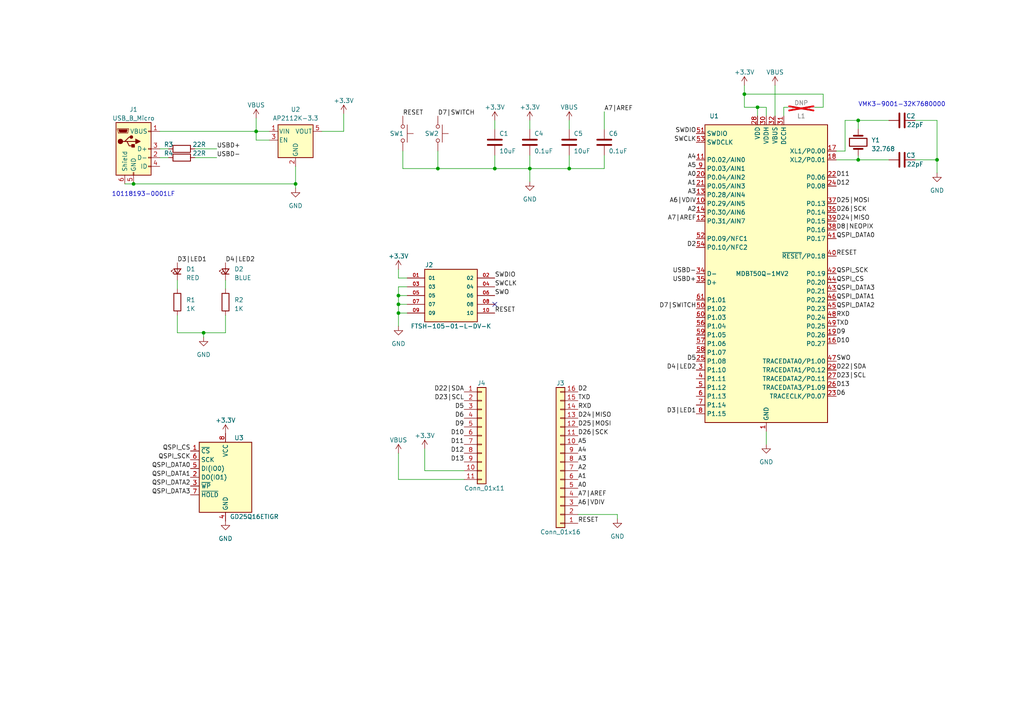
<source format=kicad_sch>
(kicad_sch (version 20230121) (generator eeschema)
  (paper "A4")
  (lib_symbols
    (symbol "Connector:USB_B_Micro" (pin_names (offset 1.016))
      (property "Reference" "J" (at -5.08 11.43 0))
      (property "Value" "USB_B_Micro" (at -5.08 8.89 0))
      (symbol "USB_B_Micro_0_1"
        (rectangle (start -5.08 -7.62) (end 5.08 7.62) (stroke (width 0.254)) (fill (type background)))
        (circle (center -3.81 2.159) (radius 0.635) (stroke (width 0.254)) (fill (type outline)))
        (circle (center -0.635 3.429) (radius 0.381) (stroke (width 0.254)) (fill (type outline)))
        (rectangle (start -0.127 -7.62) (end 0.127 -6.858))
        (polyline (pts (xy -1.905 2.159) (xy 0.635 2.159)) (stroke (width 0.254)))
        (polyline (pts (xy -3.175 2.159) (xy -2.54 2.159) (xy -1.27 3.429) (xy -0.635 3.429)) (stroke (width 0.254)))
        (polyline (pts (xy -2.54 2.159) (xy -1.905 2.159) (xy -1.27 0.889) (xy 0 0.889)) (stroke (width 0.254)))
        (polyline (pts (xy 0.635 2.794) (xy 0.635 1.524) (xy 1.905 2.159) (xy 0.635 2.794)) (stroke (width 0.254)) (fill (type outline)))
        (polyline (pts (xy -4.318 5.588) (xy -1.778 5.588) (xy -2.032 4.826) (xy -4.064 4.826) (xy -4.318 5.588)) (fill (type outline)))
        (polyline (pts (xy -4.699 5.842) (xy -4.699 5.588) (xy -4.445 4.826) (xy -4.445 4.572) (xy -1.651 4.572) (xy -1.651 4.826) (xy -1.397 5.588) (xy -1.397 5.842) (xy -4.699 5.842)))
        (rectangle (start 0.254 1.27) (end -0.508 0.508) (stroke (width 0.254)) (fill (type outline)))
        (rectangle (start 5.08 -5.207) (end 4.318 -4.953))
        (rectangle (start 5.08 -2.667) (end 4.318 -2.413))
        (rectangle (start 5.08 -0.127) (end 4.318 0.127))
        (rectangle (start 5.08 4.953) (end 4.318 5.207))
      )
      (symbol "USB_B_Micro_1_1"
        (pin power_out line (at 7.62 5.08 180) (length 2.54) (name "VBUS") (number "1"))
        (pin bidirectional line (at 7.62 -2.54 180) (length 2.54) (name "D-") (number "2"))
        (pin bidirectional line (at 7.62 0 180) (length 2.54) (name "D+") (number "3"))
        (pin passive line (at 7.62 -5.08 180) (length 2.54) (name "ID") (number "4"))
        (pin power_out line (at 0 -10.16 90) (length 2.54) (name "GND") (number "5"))
        (pin passive line (at -2.54 -10.16 90) (length 2.54) (name "Shield") (number "6"))
      )
    )
    (symbol "Connector_Generic:Conn_01x11" (pin_names (offset 1.016) hide)
      (property "Reference" "J" (at 0 15.24 0))
      (property "Value" "Conn_01x11" (at 0 -15.24 0))
      (symbol "Conn_01x11_1_1"
        (rectangle (start -1.27 -12.573) (end 0 -12.827) (stroke (width 0.1524)))
        (rectangle (start -1.27 -10.033) (end 0 -10.287) (stroke (width 0.1524)))
        (rectangle (start -1.27 -7.493) (end 0 -7.747) (stroke (width 0.1524)))
        (rectangle (start -1.27 -4.953) (end 0 -5.207) (stroke (width 0.1524)))
        (rectangle (start -1.27 -2.413) (end 0 -2.667) (stroke (width 0.1524)))
        (rectangle (start -1.27 0.127) (end 0 -0.127) (stroke (width 0.1524)))
        (rectangle (start -1.27 2.667) (end 0 2.413) (stroke (width 0.1524)))
        (rectangle (start -1.27 5.207) (end 0 4.953) (stroke (width 0.1524)))
        (rectangle (start -1.27 7.747) (end 0 7.493) (stroke (width 0.1524)))
        (rectangle (start -1.27 10.287) (end 0 10.033) (stroke (width 0.1524)))
        (rectangle (start -1.27 12.827) (end 0 12.573) (stroke (width 0.1524)))
        (rectangle (start -1.27 13.97) (end 1.27 -13.97) (stroke (width 0.254)) (fill (type background)))
        (pin passive line (at -5.08 12.7 0) (length 3.81) (name "Pin_1") (number "1"))
        (pin passive line (at -5.08 -10.16 0) (length 3.81) (name "Pin_10") (number "10"))
        (pin passive line (at -5.08 -12.7 0) (length 3.81) (name "Pin_11") (number "11"))
        (pin passive line (at -5.08 10.16 0) (length 3.81) (name "Pin_2") (number "2"))
        (pin passive line (at -5.08 7.62 0) (length 3.81) (name "Pin_3") (number "3"))
        (pin passive line (at -5.08 5.08 0) (length 3.81) (name "Pin_4") (number "4"))
        (pin passive line (at -5.08 2.54 0) (length 3.81) (name "Pin_5") (number "5"))
        (pin passive line (at -5.08 0 0) (length 3.81) (name "Pin_6") (number "6"))
        (pin passive line (at -5.08 -2.54 0) (length 3.81) (name "Pin_7") (number "7"))
        (pin passive line (at -5.08 -5.08 0) (length 3.81) (name "Pin_8") (number "8"))
        (pin passive line (at -5.08 -7.62 0) (length 3.81) (name "Pin_9") (number "9"))
      )
    )
    (symbol "Connector_Generic:Conn_01x16" (pin_names (offset 1.016) hide)
      (property "Reference" "J" (at 0 20.32 0))
      (property "Value" "Conn_01x16" (at 0 -22.86 0))
      (symbol "Conn_01x16_1_1"
        (rectangle (start -1.27 -20.193) (end 0 -20.447) (stroke (width 0.1524)))
        (rectangle (start -1.27 -17.653) (end 0 -17.907) (stroke (width 0.1524)))
        (rectangle (start -1.27 -15.113) (end 0 -15.367) (stroke (width 0.1524)))
        (rectangle (start -1.27 -12.573) (end 0 -12.827) (stroke (width 0.1524)))
        (rectangle (start -1.27 -10.033) (end 0 -10.287) (stroke (width 0.1524)))
        (rectangle (start -1.27 -7.493) (end 0 -7.747) (stroke (width 0.1524)))
        (rectangle (start -1.27 -4.953) (end 0 -5.207) (stroke (width 0.1524)))
        (rectangle (start -1.27 -2.413) (end 0 -2.667) (stroke (width 0.1524)))
        (rectangle (start -1.27 0.127) (end 0 -0.127) (stroke (width 0.1524)))
        (rectangle (start -1.27 2.667) (end 0 2.413) (stroke (width 0.1524)))
        (rectangle (start -1.27 5.207) (end 0 4.953) (stroke (width 0.1524)))
        (rectangle (start -1.27 7.747) (end 0 7.493) (stroke (width 0.1524)))
        (rectangle (start -1.27 10.287) (end 0 10.033) (stroke (width 0.1524)))
        (rectangle (start -1.27 12.827) (end 0 12.573) (stroke (width 0.1524)))
        (rectangle (start -1.27 15.367) (end 0 15.113) (stroke (width 0.1524)))
        (rectangle (start -1.27 17.907) (end 0 17.653) (stroke (width 0.1524)))
        (rectangle (start -1.27 19.05) (end 1.27 -21.59) (stroke (width 0.254)) (fill (type background)))
        (pin passive line (at -5.08 17.78 0) (length 3.81) (name "Pin_1") (number "1"))
        (pin passive line (at -5.08 -5.08 0) (length 3.81) (name "Pin_10") (number "10"))
        (pin passive line (at -5.08 -7.62 0) (length 3.81) (name "Pin_11") (number "11"))
        (pin passive line (at -5.08 -10.16 0) (length 3.81) (name "Pin_12") (number "12"))
        (pin passive line (at -5.08 -12.7 0) (length 3.81) (name "Pin_13") (number "13"))
        (pin passive line (at -5.08 -15.24 0) (length 3.81) (name "Pin_14") (number "14"))
        (pin passive line (at -5.08 -17.78 0) (length 3.81) (name "Pin_15") (number "15"))
        (pin passive line (at -5.08 -20.32 0) (length 3.81) (name "Pin_16") (number "16"))
        (pin passive line (at -5.08 15.24 0) (length 3.81) (name "Pin_2") (number "2"))
        (pin passive line (at -5.08 12.7 0) (length 3.81) (name "Pin_3") (number "3"))
        (pin passive line (at -5.08 10.16 0) (length 3.81) (name "Pin_4") (number "4"))
        (pin passive line (at -5.08 7.62 0) (length 3.81) (name "Pin_5") (number "5"))
        (pin passive line (at -5.08 5.08 0) (length 3.81) (name "Pin_6") (number "6"))
        (pin passive line (at -5.08 2.54 0) (length 3.81) (name "Pin_7") (number "7"))
        (pin passive line (at -5.08 0 0) (length 3.81) (name "Pin_8") (number "8"))
        (pin passive line (at -5.08 -2.54 0) (length 3.81) (name "Pin_9") (number "9"))
      )
    )
    (symbol "Device:C" (pin_numbers hide) (pin_names (offset 0.254))
      (property "Reference" "C" (at 0.635 2.54 0))
      (property "Value" "C" (at 0.635 -2.54 0))
      (symbol "C_0_1"
        (polyline (pts (xy -2.032 -0.762) (xy 2.032 -0.762)) (stroke (width 0.508)))
        (polyline (pts (xy -2.032 0.762) (xy 2.032 0.762)) (stroke (width 0.508)))
      )
      (symbol "C_1_1"
        (pin passive line (at 0 3.81 270) (length 2.794) (name "~") (number "1"))
        (pin passive line (at 0 -3.81 90) (length 2.794) (name "~") (number "2"))
      )
    )
    (symbol "Device:Crystal" (pin_numbers hide) (pin_names (offset 1.016) hide)
      (property "Reference" "Y" (at 0 3.81 0))
      (property "Value" "Crystal" (at 0 -3.81 0))
      (symbol "Crystal_0_1"
        (rectangle (start -1.143 2.54) (end 1.143 -2.54) (stroke (width 0.3048)))
        (polyline (pts (xy -2.54 0) (xy -1.905 0)))
        (polyline (pts (xy -1.905 -1.27) (xy -1.905 1.27)) (stroke (width 0.508)))
        (polyline (pts (xy 1.905 -1.27) (xy 1.905 1.27)) (stroke (width 0.508)))
        (polyline (pts (xy 2.54 0) (xy 1.905 0)))
      )
      (symbol "Crystal_1_1"
        (pin passive line (at -3.81 0 0) (length 1.27) (name "1") (number "1"))
        (pin passive line (at 3.81 0 180) (length 1.27) (name "2") (number "2"))
      )
    )
    (symbol "Device:L" (pin_numbers hide) (pin_names (offset 1.016) hide)
      (property "Reference" "L" (at -1.27 0 90))
      (property "Value" "L" (at 1.905 0 90))
      (symbol "L_0_1"
        (arc (start 0 -2.54) (mid 0.6323 -1.905) (end 0 -1.27))
        (arc (start 0 -1.27) (mid 0.6323 -0.635) (end 0 0))
        (arc (start 0 0) (mid 0.6323 0.635) (end 0 1.27))
        (arc (start 0 1.27) (mid 0.6323 1.905) (end 0 2.54))
      )
      (symbol "L_1_1"
        (pin passive line (at 0 3.81 270) (length 1.27) (name "1") (number "1"))
        (pin passive line (at 0 -3.81 90) (length 1.27) (name "2") (number "2"))
      )
    )
    (symbol "Device:LED_Small" (pin_numbers hide) (pin_names (offset 0.254) hide)
      (property "Reference" "D" (at -1.27 3.175 0))
      (property "Value" "LED_Small" (at -4.445 -2.54 0))
      (symbol "LED_Small_0_1"
        (polyline (pts (xy -0.762 -1.016) (xy -0.762 1.016)) (stroke (width 0.254)))
        (polyline (pts (xy 1.016 0) (xy -0.762 0)))
        (polyline (pts (xy 0.762 -1.016) (xy -0.762 0) (xy 0.762 1.016) (xy 0.762 -1.016)) (stroke (width 0.254)))
        (polyline (pts (xy 0 0.762) (xy -0.508 1.27) (xy -0.254 1.27) (xy -0.508 1.27) (xy -0.508 1.016)))
        (polyline (pts (xy 0.508 1.27) (xy 0 1.778) (xy 0.254 1.778) (xy 0 1.778) (xy 0 1.524)))
      )
      (symbol "LED_Small_1_1"
        (pin passive line (at -2.54 0 0) (length 1.778) (name "K") (number "1"))
        (pin passive line (at 2.54 0 180) (length 1.778) (name "A") (number "2"))
      )
    )
    (symbol "Device:R" (pin_numbers hide) (pin_names (offset 0))
      (property "Reference" "R" (at 2.032 0 90))
      (property "Value" "R" (at 0 0 90))
      (symbol "R_0_1"
        (rectangle (start -1.016 -2.54) (end 1.016 2.54) (stroke (width 0.254)))
      )
      (symbol "R_1_1"
        (pin passive line (at 0 3.81 270) (length 1.27) (name "~") (number "1"))
        (pin passive line (at 0 -3.81 90) (length 1.27) (name "~") (number "2"))
      )
    )
    (symbol "Memory_Flash:W25X40CLSN"
      (property "Reference" "U" (at -7.62 10.16 0))
      (property "Value" "W25X40CLSN" (at 2.54 10.16 0))
      (symbol "W25X40CLSN_0_1"
        (rectangle (start -7.62 10.16) (end 7.62 -10.16) (stroke (width 0.254)) (fill (type background)))
      )
      (symbol "W25X40CLSN_1_1"
        (pin input line (at -10.16 7.62 0) (length 2.54) (name "~{CS}") (number "1"))
        (pin bidirectional line (at -10.16 0 0) (length 2.54) (name "DO(IO1)") (number "2"))
        (pin bidirectional line (at -10.16 -2.54 0) (length 2.54) (name "~{WP}") (number "3"))
        (pin power_in line (at 0 -12.7 90) (length 2.54) (name "GND") (number "4"))
        (pin bidirectional line (at -10.16 2.54 0) (length 2.54) (name "DI(IO0)") (number "5"))
        (pin input line (at -10.16 5.08 0) (length 2.54) (name "SCK") (number "6"))
        (pin bidirectional line (at -10.16 -5.08 0) (length 2.54) (name "~{HOLD}") (number "7"))
        (pin power_in line (at 0 12.7 270) (length 2.54) (name "VCC") (number "8"))
      )
    )
    (symbol "RF_Module:MDBT50Q-1MV2"
      (property "Reference" "U" (at 0 0 0))
      (property "Value" "MDBT50Q-1MV2" (at 0 -2.54 0))
      (symbol "MDBT50Q-1MV2_0_1"
        (rectangle (start -17.78 43.18) (end 17.78 -43.18) (stroke (width 0.254)) (fill (type background)))
      )
      (symbol "MDBT50Q-1MV2_1_1"
        (pin power_in line (at 0 -45.72 90) (length 2.54) (name "GND") (number "1"))
        (pin bidirectional line (at -20.32 20.32 0) (length 2.54) (name "P0.29/AIN5") (number "10"))
        (pin bidirectional line (at -20.32 33.02 0) (length 2.54) (name "P0.02/AIN0") (number "11"))
        (pin bidirectional line (at -20.32 15.24 0) (length 2.54) (name "P0.31/AIN7") (number "12"))
        (pin bidirectional line (at -20.32 22.86 0) (length 2.54) (name "P0.28/AIN4") (number "13"))
        (pin bidirectional line (at -20.32 17.78 0) (length 2.54) (name "P0.30/AIN6") (number "14"))
        (pin passive line (at 0 -45.72 90) (length 2.54) hide (name "GND") (number "15"))
        (pin bidirectional line (at 20.32 -20.32 180) (length 2.54) (name "P0.27") (number "16"))
        (pin bidirectional line (at 20.32 35.56 180) (length 2.54) (name "XL1/P0.00") (number "17"))
        (pin bidirectional line (at 20.32 33.02 180) (length 2.54) (name "XL2/P0.01") (number "18"))
        (pin bidirectional line (at 20.32 -17.78 180) (length 2.54) (name "P0.26") (number "19"))
        (pin passive line (at 0 -45.72 90) (length 2.54) hide (name "GND") (number "2"))
        (pin bidirectional line (at -20.32 27.94 0) (length 2.54) (name "P0.04/AIN2") (number "20"))
        (pin bidirectional line (at -20.32 25.4 0) (length 2.54) (name "P0.05/AIN3") (number "21"))
        (pin bidirectional line (at 20.32 27.94 180) (length 2.54) (name "P0.06") (number "22"))
        (pin bidirectional line (at 20.32 -35.56 180) (length 2.54) (name "TRACECLK/P0.07") (number "23"))
        (pin bidirectional line (at 20.32 25.4 180) (length 2.54) (name "P0.08") (number "24"))
        (pin bidirectional line (at -20.32 -25.4 0) (length 2.54) (name "P1.08") (number "25"))
        (pin bidirectional line (at 20.32 -33.02 180) (length 2.54) (name "TRACEDATA3/P1.09") (number "26"))
        (pin bidirectional line (at 20.32 -30.48 180) (length 2.54) (name "TRACEDATA2/P0.11") (number "27"))
        (pin power_in line (at -2.54 45.72 270) (length 2.54) (name "VDD") (number "28"))
        (pin bidirectional line (at 20.32 -27.94 180) (length 2.54) (name "TRACEDATA1/P0.12") (number "29"))
        (pin bidirectional line (at -20.32 -27.94 0) (length 2.54) (name "P1.10") (number "3"))
        (pin power_in line (at 0 45.72 270) (length 2.54) (name "VDDH") (number "30"))
        (pin power_out line (at 5.08 45.72 270) (length 2.54) (name "DCCH") (number "31"))
        (pin power_in line (at 2.54 45.72 270) (length 2.54) (name "VBUS") (number "32"))
        (pin passive line (at 0 -45.72 90) (length 2.54) hide (name "GND") (number "33"))
        (pin bidirectional line (at -20.32 0 0) (length 2.54) (name "D-") (number "34"))
        (pin bidirectional line (at -20.32 -2.54 0) (length 2.54) (name "D+") (number "35"))
        (pin bidirectional line (at 20.32 17.78 180) (length 2.54) (name "P0.14") (number "36"))
        (pin bidirectional line (at 20.32 20.32 180) (length 2.54) (name "P0.13") (number "37"))
        (pin bidirectional line (at 20.32 12.7 180) (length 2.54) (name "P0.16") (number "38"))
        (pin bidirectional line (at 20.32 15.24 180) (length 2.54) (name "P0.15") (number "39"))
        (pin bidirectional line (at -20.32 -30.48 0) (length 2.54) (name "P1.11") (number "4"))
        (pin bidirectional line (at 20.32 5.08 180) (length 2.54) (name "~{RESET}/P0.18") (number "40"))
        (pin bidirectional line (at 20.32 10.16 180) (length 2.54) (name "P0.17") (number "41"))
        (pin bidirectional line (at 20.32 0 180) (length 2.54) (name "P0.19") (number "42"))
        (pin bidirectional line (at 20.32 -5.08 180) (length 2.54) (name "P0.21") (number "43"))
        (pin bidirectional line (at 20.32 -2.54 180) (length 2.54) (name "P0.20") (number "44"))
        (pin bidirectional line (at 20.32 -10.16 180) (length 2.54) (name "P0.23") (number "45"))
        (pin bidirectional line (at 20.32 -7.62 180) (length 2.54) (name "P0.22") (number "46"))
        (pin bidirectional line (at 20.32 -25.4 180) (length 2.54) (name "TRACEDATA0/P1.00") (number "47"))
        (pin bidirectional line (at 20.32 -12.7 180) (length 2.54) (name "P0.24") (number "48"))
        (pin bidirectional line (at 20.32 -15.24 180) (length 2.54) (name "P0.25") (number "49"))
        (pin bidirectional line (at -20.32 -33.02 0) (length 2.54) (name "P1.12") (number "5"))
        (pin bidirectional line (at -20.32 -10.16 0) (length 2.54) (name "P1.02") (number "50"))
        (pin bidirectional line (at -20.32 40.64 0) (length 2.54) (name "SWDIO") (number "51"))
        (pin bidirectional line (at -20.32 10.16 0) (length 2.54) (name "P0.09/NFC1") (number "52"))
        (pin input line (at -20.32 38.1 0) (length 2.54) (name "SWDCLK") (number "53"))
        (pin bidirectional line (at -20.32 7.62 0) (length 2.54) (name "P0.10/NFC2") (number "54"))
        (pin passive line (at 0 -45.72 90) (length 2.54) hide (name "GND") (number "55"))
        (pin bidirectional line (at -20.32 -15.24 0) (length 2.54) (name "P1.04") (number "56"))
        (pin bidirectional line (at -20.32 -20.32 0) (length 2.54) (name "P1.06") (number "57"))
        (pin bidirectional line (at -20.32 -22.86 0) (length 2.54) (name "P1.07") (number "58"))
        (pin bidirectional line (at -20.32 -17.78 0) (length 2.54) (name "P1.05") (number "59"))
        (pin bidirectional line (at -20.32 -35.56 0) (length 2.54) (name "P1.13") (number "6"))
        (pin bidirectional line (at -20.32 -12.7 0) (length 2.54) (name "P1.03") (number "60"))
        (pin bidirectional line (at -20.32 -7.62 0) (length 2.54) (name "P1.01") (number "61"))
        (pin bidirectional line (at -20.32 -38.1 0) (length 2.54) (name "P1.14") (number "7"))
        (pin bidirectional line (at -20.32 -40.64 0) (length 2.54) (name "P1.15") (number "8"))
        (pin bidirectional line (at -20.32 30.48 0) (length 2.54) (name "P0.03/AIN1") (number "9"))
      )
    )
    (symbol "Regulator_Linear:AP2112K-3.3" (pin_names (offset 0.254))
      (property "Reference" "U" (at -5.08 5.715 0))
      (property "Value" "AP2112K-3.3" (at 0 5.715 0))
      (symbol "AP2112K-3.3_0_1"
        (rectangle (start -5.08 4.445) (end 5.08 -5.08) (stroke (width 0.254)) (fill (type background)))
      )
      (symbol "AP2112K-3.3_1_1"
        (pin power_in line (at -7.62 2.54 0) (length 2.54) (name "VIN") (number "1"))
        (pin power_in line (at 0 -7.62 90) (length 2.54) (name "GND") (number "2"))
        (pin input line (at -7.62 0 0) (length 2.54) (name "EN") (number "3"))
        (pin no_connect line (at 5.08 0 180) (length 2.54) hide (name "NC") (number "4"))
        (pin power_out line (at 7.62 2.54 180) (length 2.54) (name "VOUT") (number "5"))
      )
    )
    (symbol "Switch:SW_Push" (pin_numbers hide) (pin_names (offset 1.016) hide)
      (property "Reference" "SW" (at 1.27 2.54 0))
      (property "Value" "SW_Push" (at 0 -1.524 0))
      (symbol "SW_Push_0_1"
        (circle (center -2.032 0) (radius 0.508))
        (polyline (pts (xy 0 1.27) (xy 0 3.048)))
        (polyline (pts (xy 2.54 1.27) (xy -2.54 1.27)))
        (circle (center 2.032 0) (radius 0.508))
        (pin passive line (at -5.08 0 0) (length 2.54) (name "1") (number "1"))
        (pin passive line (at 5.08 0 180) (length 2.54) (name "2") (number "2"))
      )
    )
    (symbol "nRF52:FTSH-105-01-L-DV-K" (pin_names (offset 1.016))
      (property "Reference" "J" (at -7.62 8.382 0))
      (property "Value" "FTSH-105-01-L-DV-K" (at -7.62 -10.16 0))
      (symbol "FTSH-105-01-L-DV-K_0_0"
        (rectangle (start -7.62 -7.62) (end 7.62 7.62) (stroke (width 0.254)) (fill (type background)))
        (pin passive line (at -12.7 5.08 0) (length 5.08) (name "01") (number "01"))
        (pin passive line (at 12.7 5.08 180) (length 5.08) (name "02") (number "02"))
        (pin passive line (at -12.7 2.54 0) (length 5.08) (name "03") (number "03"))
        (pin passive line (at 12.7 2.54 180) (length 5.08) (name "04") (number "04"))
        (pin passive line (at -12.7 0 0) (length 5.08) (name "05") (number "05"))
        (pin passive line (at 12.7 0 180) (length 5.08) (name "06") (number "06"))
        (pin passive line (at -12.7 -2.54 0) (length 5.08) (name "07") (number "07"))
        (pin passive line (at 12.7 -2.54 180) (length 5.08) (name "08") (number "08"))
        (pin passive line (at -12.7 -5.08 0) (length 5.08) (name "09") (number "09"))
        (pin passive line (at 12.7 -5.08 180) (length 5.08) (name "10") (number "10"))
      )
    )
    (symbol "power:+3.3V" (power) (pin_names (offset 0))
      (property "Value" "+3.3V" (at 0 3.556 0))
      (symbol "+3.3V_0_1"
        (polyline (pts (xy -0.762 1.27) (xy 0 2.54)))
        (polyline (pts (xy 0 0) (xy 0 2.54)))
        (polyline (pts (xy 0 2.54) (xy 0.762 1.27)))
      )
      (symbol "+3.3V_1_1"
        (pin power_in line (at 0 0 90) (length 0) hide (name "+3.3V") (number "1"))
      )
    )
    (symbol "power:GND" (power) (pin_names (offset 0))
      (property "Value" "GND" (at 0 -3.81 0))
      (symbol "GND_0_1"
        (polyline (pts (xy 0 0) (xy 0 -1.27) (xy 1.27 -1.27) (xy 0 -2.54) (xy -1.27 -1.27) (xy 0 -1.27)))
      )
      (symbol "GND_1_1"
        (pin power_in line (at 0 0 270) (length 0) hide (name "GND") (number "1"))
      )
    )
    (symbol "power:VBUS" (power) (pin_names (offset 0))
      (property "Value" "VBUS" (at 0 3.81 0))
      (symbol "VBUS_0_1"
        (polyline (pts (xy -0.762 1.27) (xy 0 2.54)))
        (polyline (pts (xy 0 0) (xy 0 2.54)))
        (polyline (pts (xy 0 2.54) (xy 0.762 1.27)))
      )
      (symbol "VBUS_1_1"
        (pin power_in line (at 0 0 90) (length 0) hide (name "VBUS") (number "1"))
      )
    )
  )
  (junction (at 248.92 34.925))
  (junction (at 59.055 96.52))
  (junction (at 153.67 48.895))
  (junction (at 115.57 85.725))
  (junction (at 143.51 48.895))
  (junction (at 215.9 27.305))
  (junction (at 271.78 46.355))
  (junction (at 74.295 38.1))
  (junction (at 38.735 53.34))
  (junction (at 165.1 48.895))
  (junction (at 248.92 46.355))
  (junction (at 115.57 90.805))
  (junction (at 127 48.895))
  (junction (at 115.57 88.265))
  (junction (at 85.725 53.34))
  (junction (at 219.71 31.115))
  (no_connect (at 143.51 88.265))
  (wire (pts (xy 242.57 46.355) (xy 248.92 46.355)))
  (wire (pts (xy 165.1 45.085) (xy 165.1 48.895)))
  (wire (pts (xy 215.9 31.115) (xy 215.9 27.305)))
  (wire (pts (xy 238.76 31.115) (xy 238.76 27.305)))
  (wire (pts (xy 248.92 34.925) (xy 248.92 37.465)))
  (wire (pts (xy 245.11 43.815) (xy 242.57 43.815)))
  (wire (pts (xy 115.57 80.645) (xy 118.11 80.645)))
  (wire (pts (xy 236.22 31.115) (xy 238.76 31.115)))
  (wire (pts (xy 46.355 43.18) (xy 48.895 43.18)))
  (wire (pts (xy 265.43 46.355) (xy 271.78 46.355)))
  (wire (pts (xy 93.345 38.1) (xy 99.695 38.1)))
  (wire (pts (xy 153.67 45.085) (xy 153.67 48.895)))
  (wire (pts (xy 248.92 34.925) (xy 245.11 34.925)))
  (wire (pts (xy 153.67 48.895) (xy 153.67 52.705)))
  (wire (pts (xy 115.57 88.265) (xy 118.11 88.265)))
  (wire (pts (xy 85.725 53.34) (xy 85.725 54.61)))
  (wire (pts (xy 38.735 53.34) (xy 85.725 53.34)))
  (wire (pts (xy 245.11 34.925) (xy 245.11 43.815)))
  (wire (pts (xy 51.435 81.28) (xy 51.435 83.82)))
  (wire (pts (xy 116.84 48.895) (xy 127 48.895)))
  (wire (pts (xy 115.57 85.725) (xy 118.11 85.725)))
  (wire (pts (xy 227.33 31.115) (xy 228.6 31.115)))
  (wire (pts (xy 219.71 33.655) (xy 219.71 31.115)))
  (wire (pts (xy 143.51 45.085) (xy 143.51 48.895)))
  (wire (pts (xy 127 43.815) (xy 127 48.895)))
  (wire (pts (xy 248.92 45.085) (xy 248.92 46.355)))
  (wire (pts (xy 167.64 149.225) (xy 179.07 149.225)))
  (wire (pts (xy 257.81 34.925) (xy 248.92 34.925)))
  (wire (pts (xy 179.07 149.225) (xy 179.07 150.495)))
  (wire (pts (xy 85.725 48.26) (xy 85.725 53.34)))
  (wire (pts (xy 271.78 46.355) (xy 271.78 50.165)))
  (wire (pts (xy 115.57 139.065) (xy 115.57 131.445)))
  (wire (pts (xy 78.105 40.64) (xy 74.295 40.64)))
  (wire (pts (xy 115.57 83.185) (xy 115.57 85.725)))
  (wire (pts (xy 56.515 45.72) (xy 62.865 45.72)))
  (wire (pts (xy 118.11 83.185) (xy 115.57 83.185)))
  (wire (pts (xy 36.195 53.34) (xy 38.735 53.34)))
  (wire (pts (xy 116.84 43.815) (xy 116.84 48.895)))
  (wire (pts (xy 59.055 96.52) (xy 59.055 97.79)))
  (wire (pts (xy 56.515 43.18) (xy 62.865 43.18)))
  (wire (pts (xy 51.435 96.52) (xy 59.055 96.52)))
  (wire (pts (xy 65.405 91.44) (xy 65.405 96.52)))
  (wire (pts (xy 248.92 46.355) (xy 257.81 46.355)))
  (wire (pts (xy 65.405 81.28) (xy 65.405 83.82)))
  (wire (pts (xy 65.405 96.52) (xy 59.055 96.52)))
  (wire (pts (xy 115.57 90.805) (xy 118.11 90.805)))
  (wire (pts (xy 222.25 31.115) (xy 219.71 31.115)))
  (wire (pts (xy 271.78 34.925) (xy 271.78 46.355)))
  (wire (pts (xy 153.67 34.925) (xy 153.67 37.465)))
  (wire (pts (xy 123.19 136.525) (xy 134.62 136.525)))
  (wire (pts (xy 46.355 38.1) (xy 74.295 38.1)))
  (wire (pts (xy 74.295 40.64) (xy 74.295 38.1)))
  (wire (pts (xy 165.1 34.925) (xy 165.1 37.465)))
  (wire (pts (xy 123.19 130.175) (xy 123.19 136.525)))
  (wire (pts (xy 215.9 27.305) (xy 215.9 24.765)))
  (wire (pts (xy 127 48.895) (xy 143.51 48.895)))
  (wire (pts (xy 115.57 85.725) (xy 115.57 88.265)))
  (wire (pts (xy 224.79 24.765) (xy 224.79 33.655)))
  (wire (pts (xy 219.71 31.115) (xy 215.9 31.115)))
  (wire (pts (xy 175.26 48.895) (xy 165.1 48.895)))
  (wire (pts (xy 238.76 27.305) (xy 215.9 27.305)))
  (wire (pts (xy 74.295 34.29) (xy 74.295 38.1)))
  (wire (pts (xy 99.695 38.1) (xy 99.695 33.02)))
  (wire (pts (xy 227.33 33.655) (xy 227.33 31.115)))
  (wire (pts (xy 143.51 48.895) (xy 153.67 48.895)))
  (wire (pts (xy 175.26 45.085) (xy 175.26 48.895)))
  (wire (pts (xy 143.51 34.925) (xy 143.51 37.465)))
  (wire (pts (xy 51.435 91.44) (xy 51.435 96.52)))
  (wire (pts (xy 46.355 45.72) (xy 48.895 45.72)))
  (wire (pts (xy 165.1 48.895) (xy 153.67 48.895)))
  (wire (pts (xy 115.57 88.265) (xy 115.57 90.805)))
  (wire (pts (xy 222.25 33.655) (xy 222.25 31.115)))
  (wire (pts (xy 115.57 90.805) (xy 115.57 94.615)))
  (wire (pts (xy 175.26 32.385) (xy 175.26 37.465)))
  (wire (pts (xy 115.57 78.105) (xy 115.57 80.645)))
  (wire (pts (xy 222.25 125.095) (xy 222.25 128.905)))
  (wire (pts (xy 115.57 139.065) (xy 134.62 139.065)))
  (wire (pts (xy 74.295 38.1) (xy 78.105 38.1)))
  (wire (pts (xy 265.43 34.925) (xy 271.78 34.925)))
  (text "VMK3-9001-32K7680000" (at 248.92 31.115 0) (effects (font (size 1.27 1.27)) (justify left bottom)))
  (text "10118193-0001LF" (at 32.385 57.15 0) (effects (font (size 1.27 1.27)) (justify left bottom)))
  (label "A1" (at 167.64 139.065 0))
  (label "SWO" (at 242.57 104.775 0))
  (label "RESET" (at 242.57 74.295 0))
  (label "USBD+" (at 62.865 43.18 0))
  (label "RESET" (at 167.64 151.765 0))
  (label "D26|SCK" (at 167.64 126.365 0))
  (label "D5" (at 201.93 104.775 180))
  (label "RXD" (at 242.57 92.075 0))
  (label "D2" (at 201.93 71.755 180))
  (label "D24|MISO" (at 167.64 121.285 0))
  (label "A2" (at 167.64 136.525 0))
  (label "A3" (at 201.93 56.515 180))
  (label "QSPI_DATA0" (at 242.57 69.215 0))
  (label "D22|SDA" (at 134.62 113.665 180))
  (label "QSPI_CS" (at 55.245 130.81 180))
  (label "D9" (at 242.57 97.155 0))
  (label "SWO" (at 143.51 85.725 0))
  (label "USBD+" (at 201.93 81.915 180))
  (label "D23|SCL" (at 242.57 109.855 0))
  (label "D25|MOSI" (at 242.57 59.055 0))
  (label "D25|MOSI" (at 167.64 123.825 0))
  (label "D2" (at 167.64 113.665 0))
  (label "QSPI_CS" (at 242.57 81.915 0))
  (label "D9" (at 134.62 123.825 180))
  (label "USBD-" (at 201.93 79.375 180))
  (label "RESET" (at 143.51 90.805 0))
  (label "D13" (at 134.62 133.985 180))
  (label "SWDIO" (at 201.93 38.735 180))
  (label "A6|VDIV" (at 201.93 59.055 180))
  (label "D23|SCL" (at 134.62 116.205 180))
  (label "A2" (at 201.93 61.595 180))
  (label "D3|LED1" (at 201.93 120.015 180))
  (label "D5" (at 134.62 118.745 180))
  (label "A5" (at 167.64 128.905 0))
  (label "D7|SWITCH" (at 127 33.655 0))
  (label "RXD" (at 167.64 118.745 0))
  (label "D24|MISO" (at 242.57 64.135 0))
  (label "QSPI_DATA3" (at 242.57 84.455 0))
  (label "D12" (at 134.62 131.445 180))
  (label "D6" (at 242.57 114.935 0))
  (label "A0" (at 167.64 141.605 0))
  (label "A7|AREF" (at 167.64 144.145 0))
  (label "A1" (at 201.93 53.975 180))
  (label "D10" (at 242.57 99.695 0))
  (label "SWCLK" (at 201.93 41.275 180))
  (label "QSPI_DATA1" (at 242.57 86.995 0))
  (label "SWDIO" (at 143.51 80.645 0))
  (label "QSPI_DATA3" (at 55.245 143.51 180))
  (label "USBD-" (at 62.865 45.72 0))
  (label "A0" (at 201.93 51.435 180))
  (label "D8|NEOPIX" (at 242.57 66.675 0))
  (label "QSPI_DATA1" (at 55.245 138.43 180))
  (label "QSPI_DATA2" (at 242.57 89.535 0))
  (label "D11" (at 134.62 128.905 180))
  (label "A7|AREF" (at 175.26 32.385 0))
  (label "D3|LED1" (at 51.435 76.2 0))
  (label "D26|SCK" (at 242.57 61.595 0))
  (label "A4" (at 167.64 131.445 0))
  (label "A5" (at 201.93 48.895 180))
  (label "D12" (at 242.57 53.975 0))
  (label "D10" (at 134.62 126.365 180))
  (label "A7|AREF" (at 201.93 64.135 180))
  (label "D7|SWITCH" (at 201.93 89.535 180))
  (label "QSPI_DATA0" (at 55.245 135.89 180))
  (label "A3" (at 167.64 133.985 0))
  (label "QSPI_SCK" (at 242.57 79.375 0))
  (label "RESET" (at 116.84 33.655 0))
  (label "D22|SDA" (at 242.57 107.315 0))
  (label "D4|LED2" (at 201.93 107.315 180))
  (label "QSPI_DATA2" (at 55.245 140.97 180))
  (label "A4" (at 201.93 46.355 180))
  (label "A6|VDIV" (at 167.64 146.685 0))
  (label "D4|LED2" (at 65.405 76.2 0))
  (label "D6" (at 134.62 121.285 180))
  (label "QSPI_SCK" (at 55.245 133.35 180))
  (label "D13" (at 242.57 112.395 0))
  (label "SWCLK" (at 143.51 83.185 0))
  (label "TXD" (at 242.57 94.615 0))
  (label "D11" (at 242.57 51.435 0))
  (label "TXD" (at 167.64 116.205 0))
  (symbol (lib_id "power:GND") (at 222.25 128.905 0) (unit 1)
    (property "Reference" "#PWR01" (effects hide))
    (property "Value" "GND" (at 222.25 133.985 0))
  )
  (symbol (lib_id "Connector_Generic:Conn_01x16") (at 162.56 133.985 180) (unit 1)
    (property "Reference" "J3" (at 162.56 111.125 0))
    (property "Value" "Conn_01x16" (at 162.56 154.305 0))
    (property "Footprint" "Connector_PinHeader_2.54mm:PinHeader_1x16_P2.54mm_Vertical" (effects hide))
  )
  (symbol (lib_id "power:VBUS") (at 224.79 24.765 0) (unit 1)
    (property "Reference" "#PWR03" (effects hide))
    (property "Value" "VBUS" (at 224.79 20.955 0))
  )
  (symbol (lib_id "power:GND") (at 115.57 94.615 0) (unit 1)
    (property "Reference" "#PWR014" (effects hide))
    (property "Value" "GND" (at 115.57 99.695 0))
  )
  (symbol (lib_id "Device:R") (at 51.435 87.63 0) (unit 1)
    (property "Reference" "R1" (at 53.975 86.995 0) (effects (justify left)))
    (property "Value" "1K" (at 53.975 89.535 0) (effects (justify left)))
    (property "Footprint" "Resistor_SMD:R_0603_1608Metric" (effects hide))
  )
  (symbol (lib_id "power:GND") (at 59.055 97.79 0) (unit 1)
    (property "Reference" "#PWR09" (effects hide))
    (property "Value" "GND" (at 59.055 102.87 0))
  )
  (symbol (lib_id "power:+3.3V") (at 65.405 125.73 0) (unit 1)
    (property "Reference" "#PWR015" (effects hide))
    (property "Value" "+3.3V" (at 65.405 121.92 0))
  )
  (symbol (lib_id "power:VBUS") (at 74.295 34.29 0) (unit 1)
    (property "Reference" "#PWR010" (effects hide))
    (property "Value" "VBUS" (at 74.295 30.48 0))
  )
  (symbol (lib_id "Device:LED_Small") (at 51.435 78.74 90) (unit 1)
    (property "Reference" "D1" (at 53.975 78.0415 90) (effects (justify right)))
    (property "Value" "RED" (at 53.975 80.5815 90) (effects (justify right)))
    (property "Footprint" "LED_SMD:LED_0603_1608Metric" (effects hide))
  )
  (symbol (lib_id "Device:C") (at 261.62 46.355 90) (unit 1)
    (property "Reference" "C3" (at 264.16 45.085 90))
    (property "Value" "22pF" (at 265.43 47.625 90))
    (property "Footprint" "Capacitor_SMD:C_0201_0603Metric" (effects hide))
  )
  (symbol (lib_id "power:+3.3V") (at 215.9 24.765 0) (unit 1)
    (property "Reference" "#PWR02" (effects hide))
    (property "Value" "+3.3V" (at 215.9 20.955 0))
  )
  (symbol (lib_id "Regulator_Linear:AP2112K-3.3") (at 85.725 40.64 0) (unit 1)
    (property "Reference" "U2" (at 85.725 31.75 0))
    (property "Value" "AP2112K-3.3" (at 85.725 34.29 0))
    (property "Footprint" "Package_TO_SOT_SMD:SOT-23-5" (effects hide))
    (property "Datasheet" "https://www.diodes.com/assets/Datasheets/AP2112.pdf" (effects hide))
  )
  (symbol (lib_id "Device:C") (at 175.26 41.275 0) (unit 1)
    (property "Reference" "C6" (at 176.53 38.735 0) (effects (justify left)))
    (property "Value" "0.1uF" (at 176.53 43.815 0) (effects (justify left)))
    (property "Footprint" "Capacitor_SMD:C_0201_0603Metric" (effects hide))
  )
  (symbol (lib_id "power:+3.3V") (at 143.51 34.925 0) (unit 1)
    (property "Reference" "#PWR05" (effects hide))
    (property "Value" "+3.3V" (at 143.51 31.115 0))
  )
  (symbol (lib_id "Switch:SW_Push") (at 127 38.735 270) (mirror x) (unit 1)
    (property "Reference" "SW2" (at 123.19 38.735 90) (effects (justify left)))
    (property "Value" "SW_Push" (effects hide))
    (property "Footprint" "Library:TL1017AABF260QG" (effects hide))
  )
  (symbol (lib_id "Memory_Flash:W25X40CLSN") (at 65.405 138.43 0) (unit 1)
    (property "Reference" "U3" (at 67.945 127 0) (effects (justify left)))
    (property "Value" "GD25Q16ETIGR" (at 66.675 149.86 0) (effects (justify left)))
    (property "Footprint" "Package_SON:SON-8-1EP_3x2mm_P0.5mm_EP1.4x1.6mm" (effects hide))
    (property "Datasheet" "https://www.winbond.com/resource-files/W25X40CL_G%2020210505.pdf" (effects hide))
  )
  (symbol (lib_id "Device:C") (at 165.1 41.275 0) (unit 1)
    (property "Reference" "C5" (at 166.37 38.735 0) (effects (justify left)))
    (property "Value" "10uF" (at 166.37 43.815 0) (effects (justify left)))
    (property "Footprint" "Capacitor_SMD:C_0201_0603Metric" (effects hide))
  )
  (symbol (lib_id "power:VBUS") (at 115.57 131.445 0) (unit 1)
    (property "Reference" "#PWR017" (effects hide))
    (property "Value" "VBUS" (at 115.57 127.635 0))
  )
  (symbol (lib_id "power:GND") (at 271.78 50.165 0) (unit 1)
    (property "Reference" "#PWR04" (effects hide))
    (property "Value" "GND" (at 271.78 55.245 0))
  )
  (symbol (lib_id "Connector_Generic:Conn_01x11") (at 139.7 126.365 0) (unit 1)
    (property "Reference" "J4" (at 138.43 111.125 0) (effects (justify left)))
    (property "Value" "Conn_01x11" (at 134.62 141.605 0) (effects (justify left)))
    (property "Footprint" "Connector_PinHeader_2.54mm:PinHeader_1x11_P2.54mm_Vertical" (effects hide))
  )
  (symbol (lib_id "Device:C") (at 153.67 41.275 0) (unit 1)
    (property "Reference" "C4" (at 154.94 38.735 0) (effects (justify left)))
    (property "Value" "0.1uF" (at 154.94 43.815 0) (effects (justify left)))
    (property "Footprint" "Capacitor_SMD:C_0201_0603Metric" (effects hide))
  )
  (symbol (lib_id "nRF52:FTSH-105-01-L-DV-K") (at 130.81 85.725 0) (unit 1)
    (property "Reference" "J2" (at 124.46 76.835 0))
    (property "Value" "FTSH-105-01-L-DV-K\n" (at 130.81 94.615 0))
    (property "Footprint" "Library:SAMTEC_FTSH-105-01-L-DV-K" (effects hide))
    (property "MF" "Samtec" (effects hide))
    (property "DESCRIPTION" "Connector Header Surface Mount 10 position 0.050 (1.27mm)" (effects hide))
    (property "PACKAGE" "None" (effects hide))
    (property "PRICE" "None" (effects hide))
    (property "MP" "FTSH-105-01-L-DV-K" (effects hide))
    (property "AVAILABILITY" "In Stock" (effects hide))
    (property "PURCHASE-URL" "https://pricing.snapeda.com/search/part/FTSH-105-01-L-DV-K/?ref=eda" (effects hide))
  )
  (symbol (lib_id "power:GND") (at 85.725 54.61 0) (unit 1)
    (property "Reference" "#PWR012" (effects hide))
    (property "Value" "GND" (at 85.725 59.69 0))
  )
  (symbol (lib_id "Device:C") (at 143.51 41.275 0) (unit 1)
    (property "Reference" "C1" (at 144.78 38.735 0) (effects (justify left)))
    (property "Value" "10uF" (at 144.78 43.815 0) (effects (justify left)))
    (property "Footprint" "Capacitor_SMD:C_0201_0603Metric" (effects hide))
  )
  (symbol (lib_id "Device:Crystal") (at 248.92 41.275 90) (unit 1)
    (property "Reference" "Y1" (at 252.73 40.64 90) (effects (justify right)))
    (property "Value" "32.768" (at 252.73 43.18 90) (effects (justify right)))
    (property "Footprint" "Library:XTAL" (effects hide))
  )
  (symbol (lib_id "power:+3.3V") (at 115.57 78.105 0) (unit 1)
    (property "Reference" "#PWR013" (effects hide))
    (property "Value" "+3.3V" (at 115.57 74.295 0))
  )
  (symbol (lib_id "power:+3.3V") (at 153.67 34.925 0) (unit 1)
    (property "Reference" "#PWR07" (effects hide))
    (property "Value" "+3.3V" (at 153.67 31.115 0))
  )
  (symbol (lib_id "power:+3.3V") (at 123.19 130.175 0) (unit 1)
    (property "Reference" "#PWR018" (effects hide))
    (property "Value" "+3.3V" (at 123.19 126.365 0))
  )
  (symbol (lib_id "Device:C") (at 261.62 34.925 90) (unit 1)
    (property "Reference" "C2" (at 264.16 33.655 90))
    (property "Value" "22pF" (at 265.43 36.195 90))
    (property "Footprint" "Capacitor_SMD:C_0201_0603Metric" (effects hide))
  )
  (symbol (lib_id "RF_Module:MDBT50Q-1MV2") (at 222.25 79.375 0) (unit 1)
    (property "Reference" "U1" (at 205.74 33.655 0) (effects (justify left)))
    (property "Value" "MDBT50Q-1MV2" (at 213.36 79.375 0) (effects (justify left)))
    (property "Footprint" "RF_Module:Raytac_MDBT50Q" (effects hide))
    (property "Datasheet" "https://www.raytac.com/download/index.php?index_id=43" (effects hide))
  )
  (symbol (lib_id "power:GND") (at 65.405 151.13 0) (unit 1)
    (property "Reference" "#PWR016" (effects hide))
    (property "Value" "GND" (at 65.405 156.21 0))
  )
  (symbol (lib_id "Device:R") (at 65.405 87.63 0) (unit 1)
    (property "Reference" "R2" (at 67.945 86.995 0) (effects (justify left)))
    (property "Value" "1K" (at 67.945 89.535 0) (effects (justify left)))
    (property "Footprint" "Resistor_SMD:R_0603_1608Metric" (effects hide))
  )
  (symbol (lib_id "Device:R") (at 52.705 45.72 90) (unit 1)
    (property "Reference" "R4" (at 48.895 44.45 90))
    (property "Value" "22R" (at 57.785 44.45 90))
    (property "Footprint" "Resistor_SMD:R_0603_1608Metric" (effects hide))
  )
  (symbol (lib_id "power:GND") (at 179.07 150.495 0) (unit 1)
    (property "Reference" "#PWR019" (effects hide))
    (property "Value" "GND" (at 179.07 155.575 0))
  )
  (symbol (lib_id "power:GND") (at 153.67 52.705 0) (unit 1)
    (property "Reference" "#PWR08" (effects hide))
    (property "Value" "GND" (at 153.67 57.785 0))
  )
  (symbol (lib_id "Device:L") (at 232.41 31.115 90) (mirror x) (unit 1) (in_bom no) (dnp yes)
    (property "Reference" "L1" (at 232.41 33.655 90))
    (property "Value" "DNP" (at 232.41 29.845 90))
    (property "Footprint" "Inductor_SMD:L_0603_1608Metric" (effects hide))
  )
  (symbol (lib_id "Switch:SW_Push") (at 116.84 38.735 270) (mirror x) (unit 1)
    (property "Reference" "SW1" (at 113.03 38.735 90) (effects (justify left)))
    (property "Value" "SW_Push" (effects hide))
    (property "Footprint" "Library:TL1017AABF260QG" (effects hide))
  )
  (symbol (lib_id "power:VBUS") (at 165.1 34.925 0) (unit 1)
    (property "Reference" "#PWR06" (effects hide))
    (property "Value" "VBUS" (at 165.1 31.115 0))
  )
  (symbol (lib_id "power:+3.3V") (at 99.695 33.02 0) (unit 1)
    (property "Reference" "#PWR011" (effects hide))
    (property "Value" "+3.3V" (at 99.695 29.21 0))
  )
  (symbol (lib_id "Device:R") (at 52.705 43.18 90) (unit 1)
    (property "Reference" "R3" (at 48.895 41.91 90))
    (property "Value" "22R" (at 57.785 41.91 90))
    (property "Footprint" "Resistor_SMD:R_0603_1608Metric" (effects hide))
  )
  (symbol (lib_id "Connector:USB_B_Micro") (at 38.735 43.18 0) (unit 1)
    (property "Reference" "J1" (at 38.735 31.75 0))
    (property "Value" "USB_B_Micro" (at 38.735 34.29 0))
    (property "Footprint" "Library:AMPHENOL_10118193-0001LF" (effects hide))
  )
  (symbol (lib_id "Device:LED_Small") (at 65.405 78.74 90) (unit 1)
    (property "Reference" "D2" (at 67.945 78.0415 90) (effects (justify right)))
    (property "Value" "BLUE" (at 67.945 80.5815 90) (effects (justify right)))
    (property "Footprint" "LED_SMD:LED_0603_1608Metric" (effects hide))
  )
)
</source>
